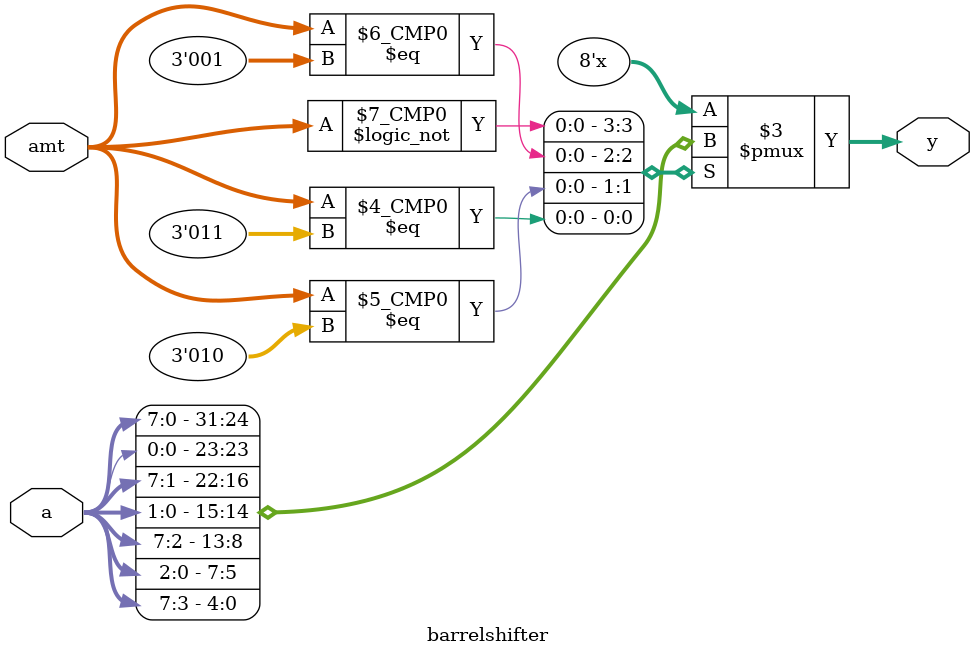
<source format=v>
module barrelshifter(
input wire [7:0] a,
input wire [2:0] amt,
output reg [7:0] y
);
always @(*) begin
    case(amt)
    3'd0: y=a;
    3'd1: y={a[0] ,a[7:1]};
    3'd2: y={a[1:0],a[7:2]};
    3'd3: y={a[2:0],a[7:3]};
    endcase
    
end
endmodule
</source>
